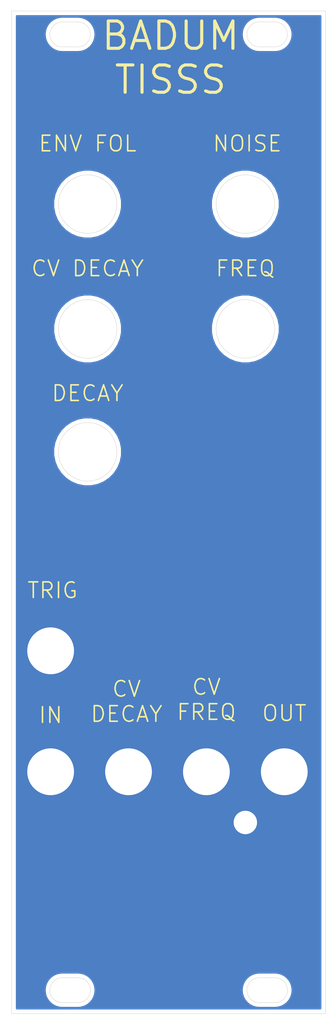
<source format=kicad_pcb>
(kicad_pcb (version 20171130) (host pcbnew "(5.1.5-0)")
  (layers (0 F.Cu signal) (31 B.Cu signal) (34 B.Paste user hide) (35 F.Paste user hide) (36 B.SilkS user hide) (37 F.SilkS user) (38 B.Mask user) (39 F.Mask user) (44 Edge.Cuts user))
  (net 0 "")
  (net 1 GND)
  (module "custom footprints:3mm_mounting_hole_LED" (layer F.Cu) (at 30 104)
    (fp_text reference REF** hide)
    (fp_text value 3mm_mounting_hole_LED)
    (pad 1 thru_hole circle (at 0 0) (size 3.1 3.1) (drill 3) (layers *.Cu *.Mask) (net 1 GND))
  )
  (module "custom footprints:potleaf_small_copper" (layer F.Cu) (at 20 123.5)
    (fp_text reference REF** hide)
    (fp_text value potleaf_small_copper)
    (fp_poly (pts (xy -3.4036 -3.9751) (xy -3.0861 -3.7338) (xy -2.52095 -3.4163) (xy -1.92405 -2.9845) (xy -1.5494 -2.6035) (xy -1.14935 -2.03835) (xy -0.55245 -0.85725) (xy -0.254 -0.2921) (xy -0.2413 -0.2794) (xy -0.5715 -0.254) (xy -0.6731 -0.3048) (xy -1.0287 -0.55245) (xy -1.4351 -0.92075) (xy -1.7653 -1.27) (xy -2.1209 -1.7018) (xy -2.4003 -2.1209) (xy -2.5908 -2.3749) (xy -2.8448 -2.8321) (xy -3.0988 -3.2004) (xy -3.3401 -3.6195) (xy -3.6195 -4.1783)) (layer F.Cu) (width 0.1))
    (fp_poly (pts (xy -1.997075 -0.796925) (xy -1.660525 -0.701675) (xy -1.397 -0.6096) (xy -0.6985 -0.2032) (xy -0.66802 -0.17526) (xy -0.6604 -0.1905) (xy -0.6604 -0.1778) (xy -0.66802 -0.17526) (xy -0.7493 -0.0127) (xy -0.3556 0.127) (xy -0.56515 0.1524) (xy -0.95885 0.1778) (xy -1.4351 0.1778) (xy -1.8796 0.1143) (xy -2.3622 0) (xy -2.7559 -0.1143) (xy -3.1623 -0.3429) (xy -3.4798 -0.5715) (xy -3.8862 -0.6985) (xy -3.2385 -0.7493) (xy -2.7051 -0.7874) (xy -2.24155 -0.79375)) (layer F.Cu) (width 0.1))
    (fp_poly (pts (xy -0.13335 0.2667) (xy -0.50165 0.6985) (xy -0.9398 0.97155) (xy -1.3208 1.11125) (xy -2.0701 1.27635) (xy -1.5875 0.7493) (xy -1.1938 0.4826) (xy -0.8255 0.2794) (xy -0.3556 0.2032) (xy -0.3302 0.2032)) (layer F.Cu) (width 0.1))
    (fp_poly (pts (xy 0 -0.2159) (xy -0.211138 -0.022225) (xy 0.007937 0.073025) (xy 0.758825 0.61595) (xy 0.57785 0.7112) (xy 0 0.254) (xy 0.0127 1.3462) (xy -0.1016 1.2065) (xy -0.10795 0.3175) (xy -0.0635 0.3175) (xy -0.4445 0.1016) (xy -0.73025 -0.0508) (xy -0.56515 -0.3302)) (layer F.Cu) (width 0.1))
    (fp_poly (pts (xy 0.64135 0.2413) (xy 1.1938 0.5207) (xy 1.520825 0.847725) (xy 1.655763 1.077913) (xy 1.887538 1.347788) (xy 1.58115 1.26365) (xy 1.32715 1.18745) (xy 1.14935 1.12395) (xy 0.7747 0.9906) (xy 0.415925 0.796925) (xy 0.155575 0.511175) (xy 0.03175 0.34925) (xy 0.09525 0.38735) (xy 0.06985 0.32385) (xy 0.13335 0.1524)) (layer F.Cu) (width 0.1))
    (fp_poly (pts (xy 3.0734 -0.762) (xy 3.5052 -0.7366) (xy 4.083207 -0.726057) (xy 3.4036 -0.5715) (xy 2.9718 -0.381) (xy 2.6289 -0.1651) (xy 2.2098 0) (xy 1.6764 0.0889) (xy 1.2319 0.1143) (xy 0.65405 0.09525) (xy 0.0762 0.0762) (xy 0.0127 0) (xy 0.2286 -0.0635) (xy 0.235585 -0.1143) (xy 0.551815 -0.2413) (xy 1.08585 -0.4699) (xy 1.6383 -0.6731) (xy 2.032 -0.7874) (xy 2.4765 -0.7874)) (layer F.Cu) (width 0.1))
    (fp_poly (pts (xy 3.0607 -3.4163) (xy 2.8194 -2.921) (xy 2.6162 -2.4638) (xy 2.35585 -1.9431) (xy 2.0828 -1.5875) (xy 1.77165 -1.17475) (xy 1.30175 -0.78105) (xy 0.8001 -0.4445) (xy -0.3048 0.1524) (xy -0.2794 -0.1778) (xy 0.0254 -0.2286) (xy 0.27305 -0.66675) (xy 0.48895 -1.1303) (xy 0.65405 -1.4605) (xy 0.8382 -1.7526) (xy 1.0033 -2.0701) (xy 1.2827 -2.4257) (xy 1.5621 -2.7432) (xy 1.8923 -3.0353) (xy 2.2352 -3.2639) (xy 2.6162 -3.5179) (xy 3.0099 -3.7846) (xy 3.5433 -4.1783)) (layer F.Cu) (width 0.1))
    (fp_poly (pts (xy 0.2159 -5.5499) (xy 0.3175 -5.0673) (xy 0.4318 -4.6101) (xy 0.51435 -4.2799) (xy 0.57785 -3.8989) (xy 0.6223 -3.3782) (xy 0.6223 -2.8448) (xy 0.5715 -2.2606) (xy 0.508 -1.7399) (xy 0.365125 -1.2446) (xy 0.066675 -0.2286) (xy -0.14605 -0.2794) (xy -0.381 -1.1938) (xy -0.554038 -2.0574) (xy -0.538163 -2.8448) (xy -0.485775 -3.5052) (xy -0.32385 -4.2799) (xy -0.0889 -5.0927) (xy 0.0381 -5.8674) (xy 0.1016 -6.3881)) (layer F.Cu) (width 0.1))
  )
  (module "custom footprints:6mm_mounting_hole_thonkiconn" (layer F.Cu) (at 35 97.5)
    (fp_text reference TP1 hide)
    (fp_text value TestPoint)
    (pad 1 thru_hole circle (at 0 0) (size 6.1 6.1) (drill 6) (layers *.Cu *.Mask) (net 1 GND))
  )
  (module "custom footprints:6mm_mounting_hole_thonkiconn" (layer F.Cu) (at 5 82)
    (fp_text reference TP1 hide)
    (fp_text value TestPoint)
    (pad 1 thru_hole circle (at 0 0) (size 6.1 6.1) (drill 6) (layers *.Cu *.Mask) (net 1 GND))
  )
  (module "custom footprints:6mm_mounting_hole_thonkiconn" (layer F.Cu) (at 5 97.5)
    (fp_text reference TP1 hide)
    (fp_text value TestPoint)
    (pad 1 thru_hole circle (at 0 0) (size 6.1 6.1) (drill 6) (layers *.Cu *.Mask) (net 1 GND))
  )
  (module "custom footprints:6mm_mounting_hole_thonkiconn" (layer F.Cu) (at 25 97.5)
    (fp_text reference TP1 hide)
    (fp_text value TestPoint)
    (pad 1 thru_hole circle (at 0 0) (size 6.1 6.1) (drill 6) (layers *.Cu *.Mask) (net 1 GND))
  )
  (module "custom footprints:6mm_mounting_hole_thonkiconn" (layer F.Cu) (at 15 97.5)
    (fp_text reference TP1 hide)
    (fp_text value TestPoint)
    (pad 1 thru_hole circle (at 0 0) (size 6.1 6.1) (drill 6) (layers *.Cu *.Mask) (net 1 GND))
  )
  (gr_circle (center 30 104) (end 32 104) (layer F.Cu) (width 1))
  (gr_text "CV\nFREQ" (at 25 88.25) (layer F.SilkS) (effects (font (size 2 2) (thickness 0.2))))
  (gr_line (start 25 97.5) (end 5 97.5) (layer F.Cu) (width 2))
  (gr_text "IN\n" (at 5 90.25) (layer F.SilkS) (effects (font (size 2 2) (thickness 0.2))))
  (gr_circle (center 9.75 56.5) (end 13.5 56.5) (layer Edge.Cuts) (width 0.05))
  (gr_circle (center 9.75 40.75) (end 13.5 40.75) (layer Edge.Cuts) (width 0.05))
  (gr_circle (center 30 40.75) (end 33.75 40.75) (layer Edge.Cuts) (width 0.05))
  (gr_text "BADUM\nTISSS" (at 20.4 6) (layer F.SilkS) (effects (font (size 3.5 3.5) (thickness 0.4))))
  (gr_text FREQ (at 30 33) (layer F.SilkS) (effects (font (size 2 2) (thickness 0.2))))
  (gr_text NOISE (at 30.25 17) (layer F.SilkS) (effects (font (size 2 2) (thickness 0.2))))
  (gr_text "ENV FOL" (at 9.75 17) (layer F.SilkS) (effects (font (size 2 2) (thickness 0.2))))
  (gr_text "CV DECAY" (at 9.75 33) (layer F.SilkS) (effects (font (size 2 2) (thickness 0.2))))
  (gr_text DECAY (at 9.75 49) (layer F.SilkS) (effects (font (size 2 2) (thickness 0.2))))
  (gr_text OUT (at 35 90) (layer F.SilkS) (effects (font (size 2 2) (thickness 0.2))))
  (gr_text "CV\nDECAY\n" (at 14.75 88.5) (layer F.SilkS) (effects (font (size 2 2) (thickness 0.2))))
  (gr_text TRIG (at 5.25 74.25) (layer F.SilkS) (effects (font (size 2 2) (thickness 0.2))))
  (gr_circle (center 9.75 24.75) (end 13.5 24.75) (layer Edge.Cuts) (width 0.05))
  (gr_circle (center 30 24.75) (end 33.75 24.75) (layer Edge.Cuts) (width 0.05))
  (gr_arc (start 8.5 125.5) (end 8.5 127.1) (angle -180) (layer Edge.Cuts) (width 0.05))
  (gr_line (start 6.5 123.9) (end 8.5 123.9) (layer Edge.Cuts) (width 0.05))
  (gr_arc (start 6.5 125.5) (end 6.5 123.9) (angle -180) (layer Edge.Cuts) (width 0.05))
  (gr_line (start 6.5 127.1) (end 8.5 127.1) (layer Edge.Cuts) (width 0.05))
  (gr_arc (start 8.5 3) (end 8.5 4.6) (angle -180) (layer Edge.Cuts) (width 0.05))
  (gr_line (start 6.5 1.4) (end 8.5 1.4) (layer Edge.Cuts) (width 0.05))
  (gr_arc (start 6.5 3) (end 6.5 1.4) (angle -180) (layer Edge.Cuts) (width 0.05))
  (gr_line (start 6.5 4.6) (end 8.5 4.6) (layer Edge.Cuts) (width 0.05))
  (gr_arc (start 33.8 125.5) (end 33.8 127.1) (angle -180) (layer Edge.Cuts) (width 0.05))
  (gr_line (start 31.8 123.9) (end 33.8 123.9) (layer Edge.Cuts) (width 0.05))
  (gr_arc (start 31.8 125.5) (end 31.8 123.9) (angle -180) (layer Edge.Cuts) (width 0.05))
  (gr_line (start 31.8 127.1) (end 33.8 127.1) (layer Edge.Cuts) (width 0.05))
  (gr_line (start 31.8 1.4) (end 33.8 1.4) (layer Edge.Cuts) (width 0.05))
  (gr_line (start 31.8 4.6) (end 33.8 4.6) (layer Edge.Cuts) (width 0.05))
  (gr_arc (start 31.8 3) (end 31.8 1.4) (angle -180) (layer Edge.Cuts) (width 0.05))
  (gr_arc (start 33.8 3) (end 33.8 4.6) (angle -180) (layer Edge.Cuts) (width 0.05))
  (gr_line (start 0 128.5) (end 0 0) (layer Edge.Cuts) (width 0.05))
  (gr_line (start 40.3 128.5) (end 0 128.5) (layer Edge.Cuts) (width 0.05))
  (gr_line (start 40.3 0) (end 40.3 128.5) (layer Edge.Cuts) (width 0.05))
  (gr_line (start 0 0) (end 40.3 0) (layer Edge.Cuts) (width 0.05))
  (zone (net 1) (net_name GND) (layer B.Cu) (connect_pads yes (clearance 0.508)) (min_thickness 0.254) (fill yes (arc_segments 32) (thermal_gap 0.508) (thermal_bridge_width 0.508))
    (polygon (pts (xy 40.75 129.841581) (xy -1.5 129.841581) (xy -1.000951 -1.158894) (xy -1.5 -1.408419) (xy 40.75 -1.408419)))
  )
)
</source>
